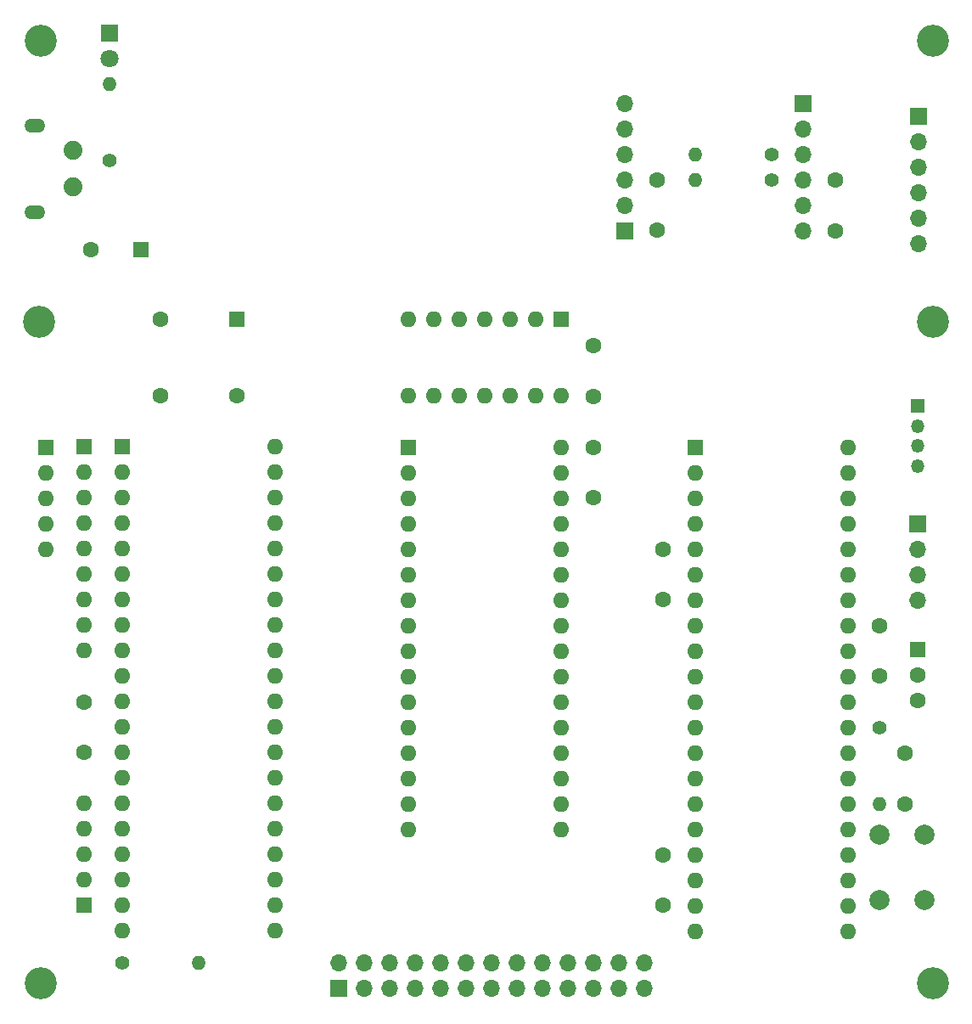
<source format=gts>
%TF.GenerationSoftware,KiCad,Pcbnew,7.0.10-7.0.10~ubuntu22.04.1*%
%TF.CreationDate,2024-09-12T14:25:07+09:00*%
%TF.ProjectId,sbcz80cpm,7362637a-3830-4637-906d-2e6b69636164,rev?*%
%TF.SameCoordinates,Original*%
%TF.FileFunction,Soldermask,Top*%
%TF.FilePolarity,Negative*%
%FSLAX46Y46*%
G04 Gerber Fmt 4.6, Leading zero omitted, Abs format (unit mm)*
G04 Created by KiCad (PCBNEW 7.0.10-7.0.10~ubuntu22.04.1) date 2024-09-12 14:25:07*
%MOMM*%
%LPD*%
G01*
G04 APERTURE LIST*
%ADD10R,1.600000X1.600000*%
%ADD11C,1.600000*%
%ADD12C,1.400000*%
%ADD13O,1.400000X1.400000*%
%ADD14R,1.700000X1.700000*%
%ADD15O,1.700000X1.700000*%
%ADD16C,3.200000*%
%ADD17O,1.600000X1.600000*%
%ADD18O,2.062000X1.362000*%
%ADD19C,1.882000*%
%ADD20R,1.800000X1.800000*%
%ADD21C,1.800000*%
%ADD22C,2.000000*%
%ADD23R,1.350000X1.350000*%
%ADD24O,1.350000X1.350000*%
G04 APERTURE END LIST*
D10*
%TO.C,J6*%
X150495000Y-123715000D03*
D11*
X150495000Y-126255000D03*
X150495000Y-128795000D03*
%TD*%
D12*
%TO.C,R5*%
X69850000Y-74930000D03*
D13*
X69850000Y-67310000D03*
%TD*%
D14*
%TO.C,J1*%
X121285000Y-81915000D03*
D15*
X121285000Y-79375000D03*
X121285000Y-76835000D03*
X121285000Y-74295000D03*
X121285000Y-71755000D03*
X121285000Y-69215000D03*
%TD*%
D11*
%TO.C,C4*%
X146685000Y-126325000D03*
X146685000Y-121325000D03*
%TD*%
%TO.C,C3*%
X118110000Y-103505000D03*
X118110000Y-108505000D03*
%TD*%
D14*
%TO.C,J8*%
X92710000Y-157480000D03*
D15*
X92710000Y-154940000D03*
X95250000Y-157480000D03*
X95250000Y-154940000D03*
X97790000Y-157480000D03*
X97790000Y-154940000D03*
X100330000Y-157480000D03*
X100330000Y-154940000D03*
X102870000Y-157480000D03*
X102870000Y-154940000D03*
X105410000Y-157480000D03*
X105410000Y-154940000D03*
X107950000Y-157480000D03*
X107950000Y-154940000D03*
X110490000Y-157480000D03*
X110490000Y-154940000D03*
X113030000Y-157480000D03*
X113030000Y-154940000D03*
X115570000Y-157480000D03*
X115570000Y-154940000D03*
X118110000Y-157480000D03*
X118110000Y-154940000D03*
X120650000Y-157480000D03*
X120650000Y-154940000D03*
X123190000Y-157480000D03*
X123190000Y-154940000D03*
%TD*%
D16*
%TO.C,H6*%
X152000000Y-91000000D03*
%TD*%
D12*
%TO.C,R1*%
X71120000Y-154905000D03*
D13*
X78740000Y-154905000D03*
%TD*%
D11*
%TO.C,C1*%
X149225000Y-134065000D03*
X149225000Y-139065000D03*
%TD*%
D10*
%TO.C,RN2*%
X63500000Y-103505000D03*
D17*
X63500000Y-106045000D03*
X63500000Y-108585000D03*
X63500000Y-111125000D03*
X63500000Y-113665000D03*
%TD*%
D14*
%TO.C,J2*%
X139065000Y-69215000D03*
D15*
X139065000Y-71755000D03*
X139065000Y-74295000D03*
X139065000Y-76835000D03*
X139065000Y-79375000D03*
X139065000Y-81915000D03*
%TD*%
D10*
%TO.C,U1*%
X71120000Y-103470000D03*
D17*
X71120000Y-106010000D03*
X71120000Y-108550000D03*
X71120000Y-111090000D03*
X71120000Y-113630000D03*
X71120000Y-116170000D03*
X71120000Y-118710000D03*
X71120000Y-121250000D03*
X71120000Y-123790000D03*
X71120000Y-126330000D03*
X71120000Y-128870000D03*
X71120000Y-131410000D03*
X71120000Y-133950000D03*
X71120000Y-136490000D03*
X71120000Y-139030000D03*
X71120000Y-141570000D03*
X71120000Y-144110000D03*
X71120000Y-146650000D03*
X71120000Y-149190000D03*
X71120000Y-151730000D03*
X86360000Y-151730000D03*
X86360000Y-149190000D03*
X86360000Y-146650000D03*
X86360000Y-144110000D03*
X86360000Y-141570000D03*
X86360000Y-139030000D03*
X86360000Y-136490000D03*
X86360000Y-133950000D03*
X86360000Y-131410000D03*
X86360000Y-128870000D03*
X86360000Y-126330000D03*
X86360000Y-123790000D03*
X86360000Y-121250000D03*
X86360000Y-118710000D03*
X86360000Y-116170000D03*
X86360000Y-113630000D03*
X86360000Y-111090000D03*
X86360000Y-108550000D03*
X86360000Y-106010000D03*
X86360000Y-103470000D03*
%TD*%
D10*
%TO.C,C10*%
X73025000Y-83820000D03*
D11*
X68025000Y-83820000D03*
%TD*%
D14*
%TO.C,J7*%
X150565000Y-70485000D03*
D15*
X150565000Y-73025000D03*
X150565000Y-75565000D03*
X150565000Y-78105000D03*
X150565000Y-80645000D03*
X150565000Y-83185000D03*
%TD*%
D11*
%TO.C,C2*%
X118110000Y-98425000D03*
X118110000Y-93425000D03*
%TD*%
D14*
%TO.C,J3*%
X150495000Y-111135000D03*
D15*
X150495000Y-113675000D03*
X150495000Y-116215000D03*
X150495000Y-118755000D03*
%TD*%
D16*
%TO.C,H5*%
X62865000Y-91000000D03*
%TD*%
D10*
%TO.C,U4*%
X99690000Y-103505000D03*
D17*
X99690000Y-106045000D03*
X99690000Y-108585000D03*
X99690000Y-111125000D03*
X99690000Y-113665000D03*
X99690000Y-116205000D03*
X99690000Y-118745000D03*
X99690000Y-121285000D03*
X99690000Y-123825000D03*
X99690000Y-126365000D03*
X99690000Y-128905000D03*
X99690000Y-131445000D03*
X99690000Y-133985000D03*
X99690000Y-136525000D03*
X99690000Y-139065000D03*
X99690000Y-141605000D03*
X114930000Y-141605000D03*
X114930000Y-139065000D03*
X114930000Y-136525000D03*
X114930000Y-133985000D03*
X114930000Y-131445000D03*
X114930000Y-128905000D03*
X114930000Y-126365000D03*
X114930000Y-123825000D03*
X114930000Y-121285000D03*
X114930000Y-118745000D03*
X114930000Y-116205000D03*
X114930000Y-113665000D03*
X114930000Y-111125000D03*
X114930000Y-108585000D03*
X114930000Y-106045000D03*
X114930000Y-103505000D03*
%TD*%
D18*
%TO.C,J5*%
X62430000Y-80055000D03*
X62430000Y-71425000D03*
D19*
X66230000Y-73935000D03*
X66230000Y-77535000D03*
%TD*%
D10*
%TO.C,RN1*%
X67310000Y-149190000D03*
D17*
X67310000Y-146650000D03*
X67310000Y-144110000D03*
X67310000Y-141570000D03*
X67310000Y-139030000D03*
%TD*%
D16*
%TO.C,H1*%
X63000000Y-63000000D03*
%TD*%
D12*
%TO.C,R2*%
X146685000Y-131445000D03*
D13*
X146685000Y-139065000D03*
%TD*%
D11*
%TO.C,C6*%
X125095000Y-113705000D03*
X125095000Y-118705000D03*
%TD*%
D16*
%TO.C,H2*%
X152000000Y-63000000D03*
%TD*%
D20*
%TO.C,D1*%
X69850000Y-62230000D03*
D21*
X69850000Y-64770000D03*
%TD*%
D22*
%TO.C,SW1*%
X146685000Y-148630000D03*
X146685000Y-142130000D03*
X151185000Y-148630000D03*
X151185000Y-142130000D03*
%TD*%
D11*
%TO.C,C9*%
X142240000Y-76915000D03*
X142240000Y-81915000D03*
%TD*%
D10*
%TO.C,U3*%
X128270000Y-103505000D03*
D17*
X128270000Y-106045000D03*
X128270000Y-108585000D03*
X128270000Y-111125000D03*
X128270000Y-113665000D03*
X128270000Y-116205000D03*
X128270000Y-118745000D03*
X128270000Y-121285000D03*
X128270000Y-123825000D03*
X128270000Y-126365000D03*
X128270000Y-128905000D03*
X128270000Y-131445000D03*
X128270000Y-133985000D03*
X128270000Y-136525000D03*
X128270000Y-139065000D03*
X128270000Y-141605000D03*
X128270000Y-144145000D03*
X128270000Y-146685000D03*
X128270000Y-149225000D03*
X128270000Y-151765000D03*
X143510000Y-151765000D03*
X143510000Y-149225000D03*
X143510000Y-146685000D03*
X143510000Y-144145000D03*
X143510000Y-141605000D03*
X143510000Y-139065000D03*
X143510000Y-136525000D03*
X143510000Y-133985000D03*
X143510000Y-131445000D03*
X143510000Y-128905000D03*
X143510000Y-126365000D03*
X143510000Y-123825000D03*
X143510000Y-121285000D03*
X143510000Y-118745000D03*
X143510000Y-116205000D03*
X143510000Y-113665000D03*
X143510000Y-111125000D03*
X143510000Y-108585000D03*
X143510000Y-106045000D03*
X143510000Y-103505000D03*
%TD*%
D12*
%TO.C,R4*%
X135890000Y-76835000D03*
D13*
X128270000Y-76835000D03*
%TD*%
D10*
%TO.C,X1*%
X82550000Y-90770000D03*
D11*
X74930000Y-90770000D03*
X74930000Y-98390000D03*
X82550000Y-98390000D03*
%TD*%
D23*
%TO.C,J4*%
X150495000Y-99410000D03*
D24*
X150495000Y-101410000D03*
X150495000Y-103410000D03*
X150495000Y-105410000D03*
%TD*%
D12*
%TO.C,R3*%
X135890000Y-74295000D03*
D13*
X128270000Y-74295000D03*
%TD*%
D11*
%TO.C,C7*%
X67310000Y-128905000D03*
X67310000Y-133905000D03*
%TD*%
%TO.C,C8*%
X124460000Y-76875000D03*
X124460000Y-81875000D03*
%TD*%
D10*
%TO.C,RN3*%
X67310000Y-103470000D03*
D17*
X67310000Y-106010000D03*
X67310000Y-108550000D03*
X67310000Y-111090000D03*
X67310000Y-113630000D03*
X67310000Y-116170000D03*
X67310000Y-118710000D03*
X67310000Y-121250000D03*
X67310000Y-123790000D03*
%TD*%
D11*
%TO.C,C5*%
X125095000Y-144145000D03*
X125095000Y-149145000D03*
%TD*%
D16*
%TO.C,H3*%
X63000000Y-157000000D03*
%TD*%
%TO.C,H4*%
X152000000Y-157000000D03*
%TD*%
D10*
%TO.C,U2*%
X114935000Y-90770000D03*
D17*
X112395000Y-90770000D03*
X109855000Y-90770000D03*
X107315000Y-90770000D03*
X104775000Y-90770000D03*
X102235000Y-90770000D03*
X99695000Y-90770000D03*
X99695000Y-98390000D03*
X102235000Y-98390000D03*
X104775000Y-98390000D03*
X107315000Y-98390000D03*
X109855000Y-98390000D03*
X112395000Y-98390000D03*
X114935000Y-98390000D03*
%TD*%
M02*

</source>
